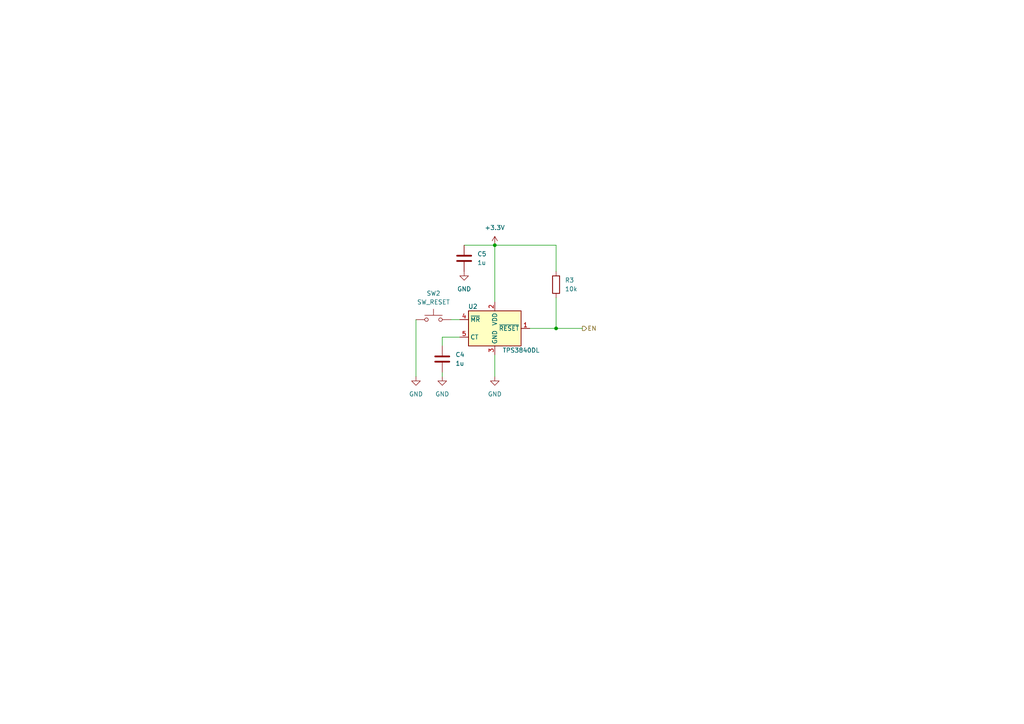
<source format=kicad_sch>
(kicad_sch (version 20211123) (generator eeschema)
  (paper "A4")
  (lib_symbols
    (symbol "Device:C" (pin_numbers hide) (pin_names (offset 0.254))
      (property "Reference" "C" (at 0.635 2.54 0))
      (property "Value" "C" (at 0.635 -2.54 0))
      (symbol "C_0_1"
        (polyline (pts (xy -2.032 -0.762) (xy 2.032 -0.762)) (stroke (width 0.508)))
        (polyline (pts (xy -2.032 0.762) (xy 2.032 0.762)) (stroke (width 0.508)))
      )
      (symbol "C_1_1"
        (pin passive line (at 0 3.81 270) (length 2.794) (name "~") (number "1"))
        (pin passive line (at 0 -3.81 90) (length 2.794) (name "~") (number "2"))
      )
    )
    (symbol "Device:R" (pin_numbers hide) (pin_names (offset 0))
      (property "Reference" "R" (at 2.032 0 90))
      (property "Value" "R" (at 0 0 90))
      (symbol "R_0_1"
        (rectangle (start -1.016 -2.54) (end 1.016 2.54) (stroke (width 0.254)))
      )
      (symbol "R_1_1"
        (pin passive line (at 0 3.81 270) (length 1.27) (name "~") (number "1"))
        (pin passive line (at 0 -3.81 90) (length 1.27) (name "~") (number "2"))
      )
    )
    (symbol "Switch:SW_Push" (pin_numbers hide) (pin_names (offset 1.016) hide)
      (property "Reference" "SW" (at 1.27 2.54 0))
      (property "Value" "SW_Push" (at 0 -1.524 0))
      (symbol "SW_Push_0_1"
        (circle (center -2.032 0) (radius 0.508))
        (polyline (pts (xy 0 1.27) (xy 0 3.048)))
        (polyline (pts (xy 2.54 1.27) (xy -2.54 1.27)))
        (circle (center 2.032 0) (radius 0.508))
        (pin passive line (at -5.08 0 0) (length 2.54) (name "1") (number "1"))
        (pin passive line (at 5.08 0 180) (length 2.54) (name "2") (number "2"))
      )
    )
    (symbol "p_supervisors:TPS3840DL"
      (property "Reference" "U" (at -7.62 6.35 0))
      (property "Value" "TPS3840DL" (at 1.27 -6.35 0))
      (symbol "TPS3840DL_0_1"
        (rectangle (start -7.62 5.08) (end 7.62 -5.08) (stroke (width 0.254)) (fill (type background)))
      )
      (symbol "TPS3840DL_1_1"
        (pin output line (at 10.16 0 180) (length 2.54) (name "~{RESET}") (number "1"))
        (pin power_in line (at 0 7.62 270) (length 2.54) (name "VDD") (number "2"))
        (pin power_in line (at 0 -7.62 90) (length 2.54) (name "GND") (number "3"))
        (pin input line (at -10.16 2.54 0) (length 2.54) (name "~{MR}") (number "4"))
        (pin input line (at -10.16 -2.54 0) (length 2.54) (name "CT") (number "5"))
      )
    )
    (symbol "power:+3.3V" (power) (pin_names (offset 0))
      (property "Value" "+3.3V" (at 0 3.556 0))
      (symbol "+3.3V_0_1"
        (polyline (pts (xy -0.762 1.27) (xy 0 2.54)))
        (polyline (pts (xy 0 0) (xy 0 2.54)))
        (polyline (pts (xy 0 2.54) (xy 0.762 1.27)))
      )
      (symbol "+3.3V_1_1"
        (pin power_in line (at 0 0 90) (length 0) hide (name "+3.3V") (number "1"))
      )
    )
    (symbol "power:GND" (power) (pin_names (offset 0))
      (property "Value" "GND" (at 0 -3.81 0))
      (symbol "GND_0_1"
        (polyline (pts (xy 0 0) (xy 0 -1.27) (xy 1.27 -1.27) (xy 0 -2.54) (xy -1.27 -1.27) (xy 0 -1.27)))
      )
      (symbol "GND_1_1"
        (pin power_in line (at 0 0 270) (length 0) hide (name "GND") (number "1"))
      )
    )
  )
  (junction (at 143.51 71.12))
  (junction (at 161.29 95.25))
  (wire (pts (xy 133.35 97.79) (xy 128.27 97.79)))
  (wire (pts (xy 161.29 86.36) (xy 161.29 95.25)))
  (wire (pts (xy 120.65 92.71) (xy 120.65 109.22)))
  (wire (pts (xy 134.62 71.12) (xy 143.51 71.12)))
  (wire (pts (xy 161.29 95.25) (xy 168.91 95.25)))
  (wire (pts (xy 130.81 92.71) (xy 133.35 92.71)))
  (wire (pts (xy 128.27 107.95) (xy 128.27 109.22)))
  (wire (pts (xy 161.29 71.12) (xy 161.29 78.74)))
  (wire (pts (xy 153.67 95.25) (xy 161.29 95.25)))
  (wire (pts (xy 143.51 71.12) (xy 161.29 71.12)))
  (wire (pts (xy 143.51 102.87) (xy 143.51 109.22)))
  (wire (pts (xy 128.27 97.79) (xy 128.27 100.33)))
  (wire (pts (xy 143.51 71.12) (xy 143.51 87.63)))
  (hierarchical_label "EN" (shape output) (at 168.91 95.25 0))
  (symbol (lib_id "Device:R") (at 161.29 82.55 0) (unit 1)
    (property "Reference" "R3" (at 163.83 81.2799 0) (effects (justify left)))
    (property "Value" "10k" (at 163.83 83.8199 0) (effects (justify left)))
  )
  (symbol (lib_id "Device:C") (at 128.27 104.14 0) (unit 1)
    (property "Reference" "C4" (at 132.08 102.8699 0) (effects (justify left)))
    (property "Value" "1u" (at 132.08 105.4099 0) (effects (justify left)))
  )
  (symbol (lib_id "power:GND") (at 120.65 109.22 0) (unit 1)
    (property "Reference" "#PWR010" (effects hide))
    (property "Value" "GND" (at 120.65 114.3 0))
  )
  (symbol (lib_id "Device:C") (at 134.62 74.93 0) (unit 1)
    (property "Reference" "C5" (at 138.43 73.6599 0) (effects (justify left)))
    (property "Value" "1u" (at 138.43 76.1999 0) (effects (justify left)))
  )
  (symbol (lib_id "power:GND") (at 128.27 109.22 0) (unit 1)
    (property "Reference" "#PWR011" (effects hide))
    (property "Value" "GND" (at 128.27 114.3 0))
  )
  (symbol (lib_id "power:+3.3V") (at 143.51 71.12 0) (unit 1)
    (property "Reference" "#PWR013" (effects hide))
    (property "Value" "+3.3V" (at 143.51 66.04 0))
  )
  (symbol (lib_id "power:GND") (at 143.51 109.22 0) (unit 1)
    (property "Reference" "#PWR014" (effects hide))
    (property "Value" "GND" (at 143.51 114.3 0))
  )
  (symbol (lib_id "Switch:SW_Push") (at 125.73 92.71 0) (unit 1)
    (property "Reference" "SW2" (at 125.73 85.09 0))
    (property "Value" "SW_RESET" (at 125.73 87.63 0))
  )
  (symbol (lib_id "p_supervisors:TPS3840DL") (at 143.51 95.25 0) (unit 1)
    (property "Reference" "U2" (at 137.16 88.9 0))
    (property "Value" "TPS3840DL" (at 151.13 101.6 0))
    (property "Footprint" "Package_TO_SOT_SMD:SOT-23-5" (effects hide))
    (property "Datasheet" "https://www.ti.com/lit/gpn/tps3840" (effects hide))
  )
  (symbol (lib_id "power:GND") (at 134.62 78.74 0) (unit 1)
    (property "Reference" "#PWR012" (effects hide))
    (property "Value" "GND" (at 134.62 83.82 0))
  )
)
</source>
